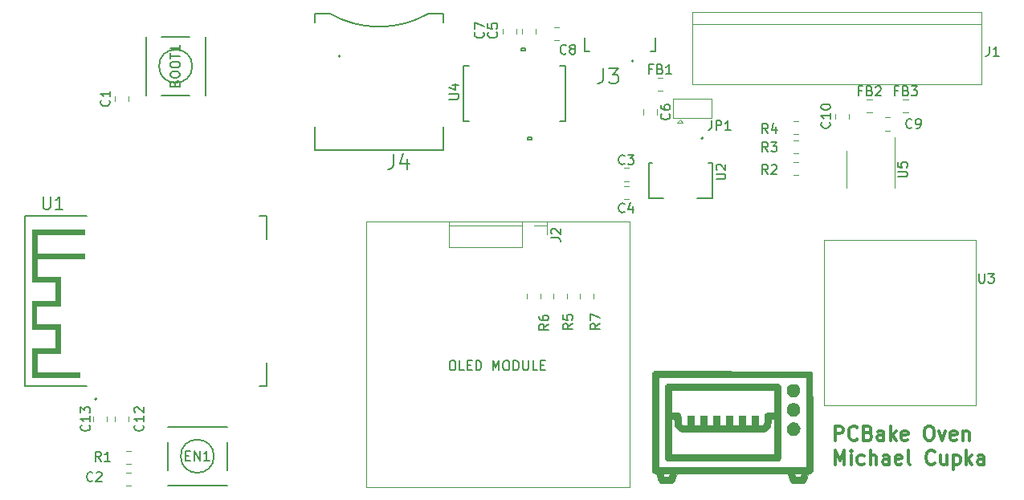
<source format=gbr>
%TF.GenerationSoftware,KiCad,Pcbnew,(5.1.6)-1*%
%TF.CreationDate,2021-08-19T23:31:01-04:00*%
%TF.ProjectId,Temp_Control_Board,54656d70-5f43-46f6-9e74-726f6c5f426f,rev?*%
%TF.SameCoordinates,Original*%
%TF.FileFunction,Legend,Top*%
%TF.FilePolarity,Positive*%
%FSLAX46Y46*%
G04 Gerber Fmt 4.6, Leading zero omitted, Abs format (unit mm)*
G04 Created by KiCad (PCBNEW (5.1.6)-1) date 2021-08-19 23:31:01*
%MOMM*%
%LPD*%
G01*
G04 APERTURE LIST*
%ADD10C,0.300000*%
%ADD11C,0.010000*%
%ADD12C,0.120000*%
%ADD13C,0.152400*%
%ADD14C,0.127000*%
%ADD15C,0.200000*%
%ADD16C,0.150000*%
G04 APERTURE END LIST*
D10*
X154730142Y-149327071D02*
X154730142Y-147827071D01*
X155301571Y-147827071D01*
X155444428Y-147898500D01*
X155515857Y-147969928D01*
X155587285Y-148112785D01*
X155587285Y-148327071D01*
X155515857Y-148469928D01*
X155444428Y-148541357D01*
X155301571Y-148612785D01*
X154730142Y-148612785D01*
X157087285Y-149184214D02*
X157015857Y-149255642D01*
X156801571Y-149327071D01*
X156658714Y-149327071D01*
X156444428Y-149255642D01*
X156301571Y-149112785D01*
X156230142Y-148969928D01*
X156158714Y-148684214D01*
X156158714Y-148469928D01*
X156230142Y-148184214D01*
X156301571Y-148041357D01*
X156444428Y-147898500D01*
X156658714Y-147827071D01*
X156801571Y-147827071D01*
X157015857Y-147898500D01*
X157087285Y-147969928D01*
X158230142Y-148541357D02*
X158444428Y-148612785D01*
X158515857Y-148684214D01*
X158587285Y-148827071D01*
X158587285Y-149041357D01*
X158515857Y-149184214D01*
X158444428Y-149255642D01*
X158301571Y-149327071D01*
X157730142Y-149327071D01*
X157730142Y-147827071D01*
X158230142Y-147827071D01*
X158373000Y-147898500D01*
X158444428Y-147969928D01*
X158515857Y-148112785D01*
X158515857Y-148255642D01*
X158444428Y-148398500D01*
X158373000Y-148469928D01*
X158230142Y-148541357D01*
X157730142Y-148541357D01*
X159873000Y-149327071D02*
X159873000Y-148541357D01*
X159801571Y-148398500D01*
X159658714Y-148327071D01*
X159373000Y-148327071D01*
X159230142Y-148398500D01*
X159873000Y-149255642D02*
X159730142Y-149327071D01*
X159373000Y-149327071D01*
X159230142Y-149255642D01*
X159158714Y-149112785D01*
X159158714Y-148969928D01*
X159230142Y-148827071D01*
X159373000Y-148755642D01*
X159730142Y-148755642D01*
X159873000Y-148684214D01*
X160587285Y-149327071D02*
X160587285Y-147827071D01*
X160730142Y-148755642D02*
X161158714Y-149327071D01*
X161158714Y-148327071D02*
X160587285Y-148898500D01*
X162373000Y-149255642D02*
X162230142Y-149327071D01*
X161944428Y-149327071D01*
X161801571Y-149255642D01*
X161730142Y-149112785D01*
X161730142Y-148541357D01*
X161801571Y-148398500D01*
X161944428Y-148327071D01*
X162230142Y-148327071D01*
X162373000Y-148398500D01*
X162444428Y-148541357D01*
X162444428Y-148684214D01*
X161730142Y-148827071D01*
X164515857Y-147827071D02*
X164801571Y-147827071D01*
X164944428Y-147898500D01*
X165087285Y-148041357D01*
X165158714Y-148327071D01*
X165158714Y-148827071D01*
X165087285Y-149112785D01*
X164944428Y-149255642D01*
X164801571Y-149327071D01*
X164515857Y-149327071D01*
X164373000Y-149255642D01*
X164230142Y-149112785D01*
X164158714Y-148827071D01*
X164158714Y-148327071D01*
X164230142Y-148041357D01*
X164373000Y-147898500D01*
X164515857Y-147827071D01*
X165658714Y-148327071D02*
X166015857Y-149327071D01*
X166373000Y-148327071D01*
X167515857Y-149255642D02*
X167373000Y-149327071D01*
X167087285Y-149327071D01*
X166944428Y-149255642D01*
X166873000Y-149112785D01*
X166873000Y-148541357D01*
X166944428Y-148398500D01*
X167087285Y-148327071D01*
X167373000Y-148327071D01*
X167515857Y-148398500D01*
X167587285Y-148541357D01*
X167587285Y-148684214D01*
X166873000Y-148827071D01*
X168230142Y-148327071D02*
X168230142Y-149327071D01*
X168230142Y-148469928D02*
X168301571Y-148398500D01*
X168444428Y-148327071D01*
X168658714Y-148327071D01*
X168801571Y-148398500D01*
X168873000Y-148541357D01*
X168873000Y-149327071D01*
X154730142Y-151877071D02*
X154730142Y-150377071D01*
X155230142Y-151448500D01*
X155730142Y-150377071D01*
X155730142Y-151877071D01*
X156444428Y-151877071D02*
X156444428Y-150877071D01*
X156444428Y-150377071D02*
X156373000Y-150448500D01*
X156444428Y-150519928D01*
X156515857Y-150448500D01*
X156444428Y-150377071D01*
X156444428Y-150519928D01*
X157801571Y-151805642D02*
X157658714Y-151877071D01*
X157373000Y-151877071D01*
X157230142Y-151805642D01*
X157158714Y-151734214D01*
X157087285Y-151591357D01*
X157087285Y-151162785D01*
X157158714Y-151019928D01*
X157230142Y-150948500D01*
X157373000Y-150877071D01*
X157658714Y-150877071D01*
X157801571Y-150948500D01*
X158444428Y-151877071D02*
X158444428Y-150377071D01*
X159087285Y-151877071D02*
X159087285Y-151091357D01*
X159015857Y-150948500D01*
X158873000Y-150877071D01*
X158658714Y-150877071D01*
X158515857Y-150948500D01*
X158444428Y-151019928D01*
X160444428Y-151877071D02*
X160444428Y-151091357D01*
X160373000Y-150948500D01*
X160230142Y-150877071D01*
X159944428Y-150877071D01*
X159801571Y-150948500D01*
X160444428Y-151805642D02*
X160301571Y-151877071D01*
X159944428Y-151877071D01*
X159801571Y-151805642D01*
X159730142Y-151662785D01*
X159730142Y-151519928D01*
X159801571Y-151377071D01*
X159944428Y-151305642D01*
X160301571Y-151305642D01*
X160444428Y-151234214D01*
X161730142Y-151805642D02*
X161587285Y-151877071D01*
X161301571Y-151877071D01*
X161158714Y-151805642D01*
X161087285Y-151662785D01*
X161087285Y-151091357D01*
X161158714Y-150948500D01*
X161301571Y-150877071D01*
X161587285Y-150877071D01*
X161730142Y-150948500D01*
X161801571Y-151091357D01*
X161801571Y-151234214D01*
X161087285Y-151377071D01*
X162658714Y-151877071D02*
X162515857Y-151805642D01*
X162444428Y-151662785D01*
X162444428Y-150377071D01*
X165230142Y-151734214D02*
X165158714Y-151805642D01*
X164944428Y-151877071D01*
X164801571Y-151877071D01*
X164587285Y-151805642D01*
X164444428Y-151662785D01*
X164373000Y-151519928D01*
X164301571Y-151234214D01*
X164301571Y-151019928D01*
X164373000Y-150734214D01*
X164444428Y-150591357D01*
X164587285Y-150448500D01*
X164801571Y-150377071D01*
X164944428Y-150377071D01*
X165158714Y-150448500D01*
X165230142Y-150519928D01*
X166515857Y-150877071D02*
X166515857Y-151877071D01*
X165873000Y-150877071D02*
X165873000Y-151662785D01*
X165944428Y-151805642D01*
X166087285Y-151877071D01*
X166301571Y-151877071D01*
X166444428Y-151805642D01*
X166515857Y-151734214D01*
X167230142Y-150877071D02*
X167230142Y-152377071D01*
X167230142Y-150948500D02*
X167373000Y-150877071D01*
X167658714Y-150877071D01*
X167801571Y-150948500D01*
X167873000Y-151019928D01*
X167944428Y-151162785D01*
X167944428Y-151591357D01*
X167873000Y-151734214D01*
X167801571Y-151805642D01*
X167658714Y-151877071D01*
X167373000Y-151877071D01*
X167230142Y-151805642D01*
X168587285Y-151877071D02*
X168587285Y-150377071D01*
X168730142Y-151305642D02*
X169158714Y-151877071D01*
X169158714Y-150877071D02*
X168587285Y-151448500D01*
X170444428Y-151877071D02*
X170444428Y-151091357D01*
X170373000Y-150948500D01*
X170230142Y-150877071D01*
X169944428Y-150877071D01*
X169801571Y-150948500D01*
X170444428Y-151805642D02*
X170301571Y-151877071D01*
X169944428Y-151877071D01*
X169801571Y-151805642D01*
X169730142Y-151662785D01*
X169730142Y-151519928D01*
X169801571Y-151377071D01*
X169944428Y-151305642D01*
X170301571Y-151305642D01*
X170444428Y-151234214D01*
D11*
%TO.C,G\u002A\u002A\u002A*%
G36*
X152135417Y-142038916D02*
G01*
X152204528Y-142088210D01*
X152261039Y-142139378D01*
X152306903Y-142198598D01*
X152310361Y-142204627D01*
X152314294Y-142213482D01*
X152317937Y-142226180D01*
X152321300Y-142244297D01*
X152324395Y-142269410D01*
X152327234Y-142303096D01*
X152329826Y-142346932D01*
X152332184Y-142402495D01*
X152334318Y-142471362D01*
X152336239Y-142555110D01*
X152337959Y-142655316D01*
X152339488Y-142773557D01*
X152340837Y-142911410D01*
X152342018Y-143070452D01*
X152343042Y-143252259D01*
X152343919Y-143458410D01*
X152344661Y-143690481D01*
X152345279Y-143950049D01*
X152345784Y-144238691D01*
X152346187Y-144557983D01*
X152346499Y-144909504D01*
X152346731Y-145294830D01*
X152346894Y-145715537D01*
X152347000Y-146173204D01*
X152347059Y-146669406D01*
X152347082Y-147205722D01*
X152347084Y-147436416D01*
X152347084Y-152601083D01*
X152297325Y-152681116D01*
X152223214Y-152763055D01*
X152124444Y-152819969D01*
X152014985Y-152844160D01*
X152000846Y-152844500D01*
X151917506Y-152844500D01*
X151775074Y-153267790D01*
X151726426Y-153411094D01*
X151688007Y-153520111D01*
X151657107Y-153600861D01*
X151631020Y-153659365D01*
X151607037Y-153701645D01*
X151582451Y-153733722D01*
X151554555Y-153761616D01*
X151551917Y-153764011D01*
X151489966Y-153810015D01*
X151425961Y-153842616D01*
X151401138Y-153849906D01*
X151361509Y-153853151D01*
X151285985Y-153855607D01*
X151181000Y-153857210D01*
X151052987Y-153857893D01*
X150908377Y-153857592D01*
X150766795Y-153856394D01*
X150202507Y-153849916D01*
X150121212Y-153784467D01*
X150093326Y-153760140D01*
X150069153Y-153732633D01*
X150045987Y-153696147D01*
X150021125Y-153644881D01*
X149991862Y-153573034D01*
X149955494Y-153474807D01*
X149909316Y-153344399D01*
X149889278Y-153287050D01*
X149742569Y-152866347D01*
X150457822Y-152866347D01*
X150457888Y-152870958D01*
X150469074Y-152903313D01*
X150489198Y-152963177D01*
X150513987Y-153037839D01*
X150515001Y-153040909D01*
X150562363Y-153184402D01*
X150828378Y-153178492D01*
X151094393Y-153172583D01*
X151143946Y-153025585D01*
X151168131Y-152951661D01*
X151185776Y-152893565D01*
X151193419Y-152862763D01*
X151193500Y-152861543D01*
X151173460Y-152856042D01*
X151117842Y-152851279D01*
X151033398Y-152847565D01*
X150926883Y-152845207D01*
X150820819Y-152844500D01*
X150681444Y-152845156D01*
X150579921Y-152847344D01*
X150511785Y-152851388D01*
X150472574Y-152857614D01*
X150457822Y-152866347D01*
X149742569Y-152866347D01*
X149738640Y-152855083D01*
X138042889Y-152855083D01*
X137902441Y-153272089D01*
X137848097Y-153430315D01*
X137802755Y-153553229D01*
X137763451Y-153646122D01*
X137727223Y-153714291D01*
X137691105Y-153763027D01*
X137652136Y-153797626D01*
X137607351Y-153823381D01*
X137589305Y-153831477D01*
X137544931Y-153841003D01*
X137465502Y-153848738D01*
X137358179Y-153854688D01*
X137230126Y-153858857D01*
X137088506Y-153861250D01*
X136940479Y-153861869D01*
X136793210Y-153860720D01*
X136653862Y-153857807D01*
X136529595Y-153853134D01*
X136427574Y-153846705D01*
X136354961Y-153838524D01*
X136322867Y-153830727D01*
X136245885Y-153780522D01*
X136180020Y-153699732D01*
X136122158Y-153583875D01*
X136090129Y-153496106D01*
X136058031Y-153400307D01*
X136017714Y-153282168D01*
X135975189Y-153159222D01*
X135948362Y-153082625D01*
X135870722Y-152862353D01*
X136588500Y-152862353D01*
X136594909Y-152889448D01*
X136611646Y-152944885D01*
X136634979Y-153017076D01*
X136661176Y-153094432D01*
X136683315Y-153156708D01*
X136701486Y-153168794D01*
X136748518Y-153176948D01*
X136828783Y-153181596D01*
X136946653Y-153183161D01*
X136955417Y-153183166D01*
X137217830Y-153183166D01*
X137273684Y-153029708D01*
X137300279Y-152954674D01*
X137319971Y-152895371D01*
X137329170Y-152862707D01*
X137329435Y-152860375D01*
X137309364Y-152855235D01*
X137253738Y-152850790D01*
X137169333Y-152847328D01*
X137062924Y-152845140D01*
X136958917Y-152844500D01*
X136839008Y-152845465D01*
X136735280Y-152848145D01*
X136654506Y-152852211D01*
X136603460Y-152857339D01*
X136588500Y-152862353D01*
X135870722Y-152862353D01*
X135864429Y-152844500D01*
X135785294Y-152844500D01*
X135682942Y-152826237D01*
X135585272Y-152777188D01*
X135506875Y-152705962D01*
X135478947Y-152663743D01*
X135435032Y-152579916D01*
X135435426Y-147425493D01*
X135435471Y-146874278D01*
X135435526Y-146363808D01*
X135435605Y-145892494D01*
X135435722Y-145458747D01*
X135435888Y-145060979D01*
X135436119Y-144697601D01*
X135436425Y-144367024D01*
X135436822Y-144067659D01*
X135437322Y-143797918D01*
X135437938Y-143556213D01*
X135438684Y-143340954D01*
X135439572Y-143150552D01*
X135440616Y-142983420D01*
X135441829Y-142837968D01*
X135443224Y-142712608D01*
X135443327Y-142705666D01*
X136101667Y-142705666D01*
X136101667Y-152167166D01*
X151680334Y-152167166D01*
X151680334Y-142705666D01*
X136101667Y-142705666D01*
X135443327Y-142705666D01*
X135444815Y-142605751D01*
X135446614Y-142515808D01*
X135448636Y-142441191D01*
X135450892Y-142380311D01*
X135453396Y-142331579D01*
X135456162Y-142293407D01*
X135459203Y-142264206D01*
X135462531Y-142242386D01*
X135466160Y-142226361D01*
X135470104Y-142214540D01*
X135474374Y-142205336D01*
X135478846Y-142197398D01*
X135527223Y-142134381D01*
X135587315Y-142079751D01*
X135592769Y-142075949D01*
X135663665Y-142028172D01*
X152135417Y-142038916D01*
G37*
X152135417Y-142038916D02*
X152204528Y-142088210D01*
X152261039Y-142139378D01*
X152306903Y-142198598D01*
X152310361Y-142204627D01*
X152314294Y-142213482D01*
X152317937Y-142226180D01*
X152321300Y-142244297D01*
X152324395Y-142269410D01*
X152327234Y-142303096D01*
X152329826Y-142346932D01*
X152332184Y-142402495D01*
X152334318Y-142471362D01*
X152336239Y-142555110D01*
X152337959Y-142655316D01*
X152339488Y-142773557D01*
X152340837Y-142911410D01*
X152342018Y-143070452D01*
X152343042Y-143252259D01*
X152343919Y-143458410D01*
X152344661Y-143690481D01*
X152345279Y-143950049D01*
X152345784Y-144238691D01*
X152346187Y-144557983D01*
X152346499Y-144909504D01*
X152346731Y-145294830D01*
X152346894Y-145715537D01*
X152347000Y-146173204D01*
X152347059Y-146669406D01*
X152347082Y-147205722D01*
X152347084Y-147436416D01*
X152347084Y-152601083D01*
X152297325Y-152681116D01*
X152223214Y-152763055D01*
X152124444Y-152819969D01*
X152014985Y-152844160D01*
X152000846Y-152844500D01*
X151917506Y-152844500D01*
X151775074Y-153267790D01*
X151726426Y-153411094D01*
X151688007Y-153520111D01*
X151657107Y-153600861D01*
X151631020Y-153659365D01*
X151607037Y-153701645D01*
X151582451Y-153733722D01*
X151554555Y-153761616D01*
X151551917Y-153764011D01*
X151489966Y-153810015D01*
X151425961Y-153842616D01*
X151401138Y-153849906D01*
X151361509Y-153853151D01*
X151285985Y-153855607D01*
X151181000Y-153857210D01*
X151052987Y-153857893D01*
X150908377Y-153857592D01*
X150766795Y-153856394D01*
X150202507Y-153849916D01*
X150121212Y-153784467D01*
X150093326Y-153760140D01*
X150069153Y-153732633D01*
X150045987Y-153696147D01*
X150021125Y-153644881D01*
X149991862Y-153573034D01*
X149955494Y-153474807D01*
X149909316Y-153344399D01*
X149889278Y-153287050D01*
X149742569Y-152866347D01*
X150457822Y-152866347D01*
X150457888Y-152870958D01*
X150469074Y-152903313D01*
X150489198Y-152963177D01*
X150513987Y-153037839D01*
X150515001Y-153040909D01*
X150562363Y-153184402D01*
X150828378Y-153178492D01*
X151094393Y-153172583D01*
X151143946Y-153025585D01*
X151168131Y-152951661D01*
X151185776Y-152893565D01*
X151193419Y-152862763D01*
X151193500Y-152861543D01*
X151173460Y-152856042D01*
X151117842Y-152851279D01*
X151033398Y-152847565D01*
X150926883Y-152845207D01*
X150820819Y-152844500D01*
X150681444Y-152845156D01*
X150579921Y-152847344D01*
X150511785Y-152851388D01*
X150472574Y-152857614D01*
X150457822Y-152866347D01*
X149742569Y-152866347D01*
X149738640Y-152855083D01*
X138042889Y-152855083D01*
X137902441Y-153272089D01*
X137848097Y-153430315D01*
X137802755Y-153553229D01*
X137763451Y-153646122D01*
X137727223Y-153714291D01*
X137691105Y-153763027D01*
X137652136Y-153797626D01*
X137607351Y-153823381D01*
X137589305Y-153831477D01*
X137544931Y-153841003D01*
X137465502Y-153848738D01*
X137358179Y-153854688D01*
X137230126Y-153858857D01*
X137088506Y-153861250D01*
X136940479Y-153861869D01*
X136793210Y-153860720D01*
X136653862Y-153857807D01*
X136529595Y-153853134D01*
X136427574Y-153846705D01*
X136354961Y-153838524D01*
X136322867Y-153830727D01*
X136245885Y-153780522D01*
X136180020Y-153699732D01*
X136122158Y-153583875D01*
X136090129Y-153496106D01*
X136058031Y-153400307D01*
X136017714Y-153282168D01*
X135975189Y-153159222D01*
X135948362Y-153082625D01*
X135870722Y-152862353D01*
X136588500Y-152862353D01*
X136594909Y-152889448D01*
X136611646Y-152944885D01*
X136634979Y-153017076D01*
X136661176Y-153094432D01*
X136683315Y-153156708D01*
X136701486Y-153168794D01*
X136748518Y-153176948D01*
X136828783Y-153181596D01*
X136946653Y-153183161D01*
X136955417Y-153183166D01*
X137217830Y-153183166D01*
X137273684Y-153029708D01*
X137300279Y-152954674D01*
X137319971Y-152895371D01*
X137329170Y-152862707D01*
X137329435Y-152860375D01*
X137309364Y-152855235D01*
X137253738Y-152850790D01*
X137169333Y-152847328D01*
X137062924Y-152845140D01*
X136958917Y-152844500D01*
X136839008Y-152845465D01*
X136735280Y-152848145D01*
X136654506Y-152852211D01*
X136603460Y-152857339D01*
X136588500Y-152862353D01*
X135870722Y-152862353D01*
X135864429Y-152844500D01*
X135785294Y-152844500D01*
X135682942Y-152826237D01*
X135585272Y-152777188D01*
X135506875Y-152705962D01*
X135478947Y-152663743D01*
X135435032Y-152579916D01*
X135435426Y-147425493D01*
X135435471Y-146874278D01*
X135435526Y-146363808D01*
X135435605Y-145892494D01*
X135435722Y-145458747D01*
X135435888Y-145060979D01*
X135436119Y-144697601D01*
X135436425Y-144367024D01*
X135436822Y-144067659D01*
X135437322Y-143797918D01*
X135437938Y-143556213D01*
X135438684Y-143340954D01*
X135439572Y-143150552D01*
X135440616Y-142983420D01*
X135441829Y-142837968D01*
X135443224Y-142712608D01*
X135443327Y-142705666D01*
X136101667Y-142705666D01*
X136101667Y-152167166D01*
X151680334Y-152167166D01*
X151680334Y-142705666D01*
X136101667Y-142705666D01*
X135443327Y-142705666D01*
X135444815Y-142605751D01*
X135446614Y-142515808D01*
X135448636Y-142441191D01*
X135450892Y-142380311D01*
X135453396Y-142331579D01*
X135456162Y-142293407D01*
X135459203Y-142264206D01*
X135462531Y-142242386D01*
X135466160Y-142226361D01*
X135470104Y-142214540D01*
X135474374Y-142205336D01*
X135478846Y-142197398D01*
X135527223Y-142134381D01*
X135587315Y-142079751D01*
X135592769Y-142075949D01*
X135663665Y-142028172D01*
X152135417Y-142038916D01*
G36*
X142875000Y-143383000D02*
G01*
X148731906Y-143383000D01*
X148801882Y-143430625D01*
X148861293Y-143478996D01*
X148912418Y-143533135D01*
X148916137Y-143538008D01*
X148960417Y-143597766D01*
X148971453Y-151204778D01*
X148923602Y-151298441D01*
X148882048Y-151364513D01*
X148833805Y-151420521D01*
X148815990Y-151435677D01*
X148756231Y-151479250D01*
X142899907Y-151483668D01*
X142310834Y-151484108D01*
X141762605Y-151484502D01*
X141253733Y-151484839D01*
X140782728Y-151485112D01*
X140348102Y-151485311D01*
X139948367Y-151485427D01*
X139582033Y-151485450D01*
X139247613Y-151485372D01*
X138943618Y-151485183D01*
X138668558Y-151484874D01*
X138420947Y-151484436D01*
X138199294Y-151483861D01*
X138002112Y-151483138D01*
X137827912Y-151482258D01*
X137675205Y-151481213D01*
X137542503Y-151479994D01*
X137428317Y-151478590D01*
X137331159Y-151476993D01*
X137249540Y-151475195D01*
X137181971Y-151473184D01*
X137126965Y-151470954D01*
X137083031Y-151468494D01*
X137048683Y-151465795D01*
X137022430Y-151462848D01*
X137002786Y-151459643D01*
X136988260Y-151456173D01*
X136977365Y-151452427D01*
X136968612Y-151448397D01*
X136966279Y-151447183D01*
X136904252Y-151401492D01*
X136848626Y-151340219D01*
X136839279Y-151326348D01*
X136789584Y-151246416D01*
X136789584Y-150812500D01*
X137456102Y-150812500D01*
X148293667Y-150812500D01*
X148293667Y-147108333D01*
X147955000Y-147108333D01*
X147955000Y-147306527D01*
X147952562Y-147410562D01*
X147946075Y-147513811D01*
X147936775Y-147598381D01*
X147933395Y-147618644D01*
X147879234Y-147798099D01*
X147789882Y-147967136D01*
X147671180Y-148119381D01*
X147528970Y-148248461D01*
X147369094Y-148348000D01*
X147209486Y-148408523D01*
X147191503Y-148412673D01*
X147169025Y-148416476D01*
X147140289Y-148419945D01*
X147103533Y-148423092D01*
X147056993Y-148425928D01*
X146998908Y-148428464D01*
X146927514Y-148430713D01*
X146841049Y-148432686D01*
X146737749Y-148434394D01*
X146615853Y-148435850D01*
X146473598Y-148437065D01*
X146309220Y-148438050D01*
X146120957Y-148438817D01*
X145907047Y-148439379D01*
X145665726Y-148439745D01*
X145395232Y-148439929D01*
X145093802Y-148439942D01*
X144759674Y-148439795D01*
X144391084Y-148439500D01*
X143986271Y-148439069D01*
X143543470Y-148438513D01*
X143060921Y-148437845D01*
X142822084Y-148437498D01*
X138567584Y-148431250D01*
X138403966Y-148353119D01*
X138218846Y-148243041D01*
X138065160Y-148105019D01*
X137943886Y-147940128D01*
X137856971Y-147752207D01*
X137831676Y-147659639D01*
X137813871Y-147543760D01*
X137802293Y-147395920D01*
X137800866Y-147367251D01*
X137795169Y-147252165D01*
X137787280Y-147172975D01*
X137772174Y-147123338D01*
X137744827Y-147096911D01*
X137700215Y-147087352D01*
X137633313Y-147088318D01*
X137582202Y-147091207D01*
X137466917Y-147097750D01*
X137461510Y-148955125D01*
X137456102Y-150812500D01*
X136789584Y-150812500D01*
X136789584Y-147436416D01*
X136789587Y-146965398D01*
X136789612Y-146534856D01*
X136789680Y-146142933D01*
X136789810Y-145787772D01*
X136790024Y-145467516D01*
X136790343Y-145180306D01*
X136790787Y-144924287D01*
X136791377Y-144697601D01*
X136792134Y-144498391D01*
X136793078Y-144324800D01*
X136794231Y-144174970D01*
X136795470Y-144060333D01*
X137455978Y-144060333D01*
X137461447Y-145240375D01*
X137466917Y-146420416D01*
X137847917Y-146420416D01*
X137986288Y-146420825D01*
X138089271Y-146422484D01*
X138163810Y-146426043D01*
X138216845Y-146432150D01*
X138255319Y-146441453D01*
X138286174Y-146454603D01*
X138300788Y-146462750D01*
X138350614Y-146493666D01*
X138388979Y-146524248D01*
X138417540Y-146560390D01*
X138437957Y-146607987D01*
X138451886Y-146672934D01*
X138460986Y-146761128D01*
X138466913Y-146878462D01*
X138471327Y-147030832D01*
X138472334Y-147072767D01*
X138477032Y-147239761D01*
X138483315Y-147370293D01*
X138492714Y-147470231D01*
X138506765Y-147545446D01*
X138527001Y-147601807D01*
X138554957Y-147645186D01*
X138592166Y-147681452D01*
X138640163Y-147716474D01*
X138640650Y-147716803D01*
X138678365Y-147738879D01*
X138719406Y-147752950D01*
X138774281Y-147760746D01*
X138853500Y-147763998D01*
X138930164Y-147764500D01*
X139148901Y-147764500D01*
X139154575Y-147261791D01*
X139160250Y-146759083D01*
X139827000Y-146747425D01*
X139827000Y-147764500D01*
X140503567Y-147764500D01*
X140509242Y-147261791D01*
X140514917Y-146759083D01*
X141181667Y-146747425D01*
X141181667Y-147764500D01*
X141858234Y-147764500D01*
X141863909Y-147261791D01*
X141869584Y-146759083D01*
X142536334Y-146747425D01*
X142536334Y-147764500D01*
X143212901Y-147764500D01*
X143218575Y-147261791D01*
X143224250Y-146759083D01*
X143880417Y-146759083D01*
X143886092Y-147261791D01*
X143891766Y-147764500D01*
X144567567Y-147764500D01*
X144573242Y-147261791D01*
X144578917Y-146759083D01*
X145245667Y-146747425D01*
X145245667Y-147764500D01*
X145923000Y-147764500D01*
X145923000Y-146747425D01*
X146589750Y-146759083D01*
X146595425Y-147261791D01*
X146601100Y-147764500D01*
X146819836Y-147764500D01*
X146922608Y-147763426D01*
X146993545Y-147759053D01*
X147043118Y-147749654D01*
X147081795Y-147733502D01*
X147108549Y-147716875D01*
X147157942Y-147681947D01*
X147195881Y-147648901D01*
X147224038Y-147611662D01*
X147244081Y-147564154D01*
X147257679Y-147500304D01*
X147266504Y-147414035D01*
X147272223Y-147299274D01*
X147276508Y-147149946D01*
X147277667Y-147101566D01*
X147282591Y-146917590D01*
X147290460Y-146771398D01*
X147305395Y-146658458D01*
X147331514Y-146574238D01*
X147372938Y-146514203D01*
X147433787Y-146473822D01*
X147518179Y-146448563D01*
X147630235Y-146433891D01*
X147774075Y-146425275D01*
X147896792Y-146420385D01*
X148293667Y-146405243D01*
X148293667Y-144060333D01*
X137455978Y-144060333D01*
X136795470Y-144060333D01*
X136795614Y-144047044D01*
X136797246Y-143939165D01*
X136799150Y-143849477D01*
X136801345Y-143776121D01*
X136803852Y-143717240D01*
X136806693Y-143670978D01*
X136809888Y-143635477D01*
X136813457Y-143608880D01*
X136817422Y-143589329D01*
X136821804Y-143574968D01*
X136826622Y-143563940D01*
X136831899Y-143554387D01*
X136833061Y-143552405D01*
X136881582Y-143489320D01*
X136941614Y-143434677D01*
X136947316Y-143430696D01*
X137018094Y-143382999D01*
X142875000Y-143383000D01*
G37*
X142875000Y-143383000D02*
X148731906Y-143383000D01*
X148801882Y-143430625D01*
X148861293Y-143478996D01*
X148912418Y-143533135D01*
X148916137Y-143538008D01*
X148960417Y-143597766D01*
X148971453Y-151204778D01*
X148923602Y-151298441D01*
X148882048Y-151364513D01*
X148833805Y-151420521D01*
X148815990Y-151435677D01*
X148756231Y-151479250D01*
X142899907Y-151483668D01*
X142310834Y-151484108D01*
X141762605Y-151484502D01*
X141253733Y-151484839D01*
X140782728Y-151485112D01*
X140348102Y-151485311D01*
X139948367Y-151485427D01*
X139582033Y-151485450D01*
X139247613Y-151485372D01*
X138943618Y-151485183D01*
X138668558Y-151484874D01*
X138420947Y-151484436D01*
X138199294Y-151483861D01*
X138002112Y-151483138D01*
X137827912Y-151482258D01*
X137675205Y-151481213D01*
X137542503Y-151479994D01*
X137428317Y-151478590D01*
X137331159Y-151476993D01*
X137249540Y-151475195D01*
X137181971Y-151473184D01*
X137126965Y-151470954D01*
X137083031Y-151468494D01*
X137048683Y-151465795D01*
X137022430Y-151462848D01*
X137002786Y-151459643D01*
X136988260Y-151456173D01*
X136977365Y-151452427D01*
X136968612Y-151448397D01*
X136966279Y-151447183D01*
X136904252Y-151401492D01*
X136848626Y-151340219D01*
X136839279Y-151326348D01*
X136789584Y-151246416D01*
X136789584Y-150812500D01*
X137456102Y-150812500D01*
X148293667Y-150812500D01*
X148293667Y-147108333D01*
X147955000Y-147108333D01*
X147955000Y-147306527D01*
X147952562Y-147410562D01*
X147946075Y-147513811D01*
X147936775Y-147598381D01*
X147933395Y-147618644D01*
X147879234Y-147798099D01*
X147789882Y-147967136D01*
X147671180Y-148119381D01*
X147528970Y-148248461D01*
X147369094Y-148348000D01*
X147209486Y-148408523D01*
X147191503Y-148412673D01*
X147169025Y-148416476D01*
X147140289Y-148419945D01*
X147103533Y-148423092D01*
X147056993Y-148425928D01*
X146998908Y-148428464D01*
X146927514Y-148430713D01*
X146841049Y-148432686D01*
X146737749Y-148434394D01*
X146615853Y-148435850D01*
X146473598Y-148437065D01*
X146309220Y-148438050D01*
X146120957Y-148438817D01*
X145907047Y-148439379D01*
X145665726Y-148439745D01*
X145395232Y-148439929D01*
X145093802Y-148439942D01*
X144759674Y-148439795D01*
X144391084Y-148439500D01*
X143986271Y-148439069D01*
X143543470Y-148438513D01*
X143060921Y-148437845D01*
X142822084Y-148437498D01*
X138567584Y-148431250D01*
X138403966Y-148353119D01*
X138218846Y-148243041D01*
X138065160Y-148105019D01*
X137943886Y-147940128D01*
X137856971Y-147752207D01*
X137831676Y-147659639D01*
X137813871Y-147543760D01*
X137802293Y-147395920D01*
X137800866Y-147367251D01*
X137795169Y-147252165D01*
X137787280Y-147172975D01*
X137772174Y-147123338D01*
X137744827Y-147096911D01*
X137700215Y-147087352D01*
X137633313Y-147088318D01*
X137582202Y-147091207D01*
X137466917Y-147097750D01*
X137461510Y-148955125D01*
X137456102Y-150812500D01*
X136789584Y-150812500D01*
X136789584Y-147436416D01*
X136789587Y-146965398D01*
X136789612Y-146534856D01*
X136789680Y-146142933D01*
X136789810Y-145787772D01*
X136790024Y-145467516D01*
X136790343Y-145180306D01*
X136790787Y-144924287D01*
X136791377Y-144697601D01*
X136792134Y-144498391D01*
X136793078Y-144324800D01*
X136794231Y-144174970D01*
X136795470Y-144060333D01*
X137455978Y-144060333D01*
X137461447Y-145240375D01*
X137466917Y-146420416D01*
X137847917Y-146420416D01*
X137986288Y-146420825D01*
X138089271Y-146422484D01*
X138163810Y-146426043D01*
X138216845Y-146432150D01*
X138255319Y-146441453D01*
X138286174Y-146454603D01*
X138300788Y-146462750D01*
X138350614Y-146493666D01*
X138388979Y-146524248D01*
X138417540Y-146560390D01*
X138437957Y-146607987D01*
X138451886Y-146672934D01*
X138460986Y-146761128D01*
X138466913Y-146878462D01*
X138471327Y-147030832D01*
X138472334Y-147072767D01*
X138477032Y-147239761D01*
X138483315Y-147370293D01*
X138492714Y-147470231D01*
X138506765Y-147545446D01*
X138527001Y-147601807D01*
X138554957Y-147645186D01*
X138592166Y-147681452D01*
X138640163Y-147716474D01*
X138640650Y-147716803D01*
X138678365Y-147738879D01*
X138719406Y-147752950D01*
X138774281Y-147760746D01*
X138853500Y-147763998D01*
X138930164Y-147764500D01*
X139148901Y-147764500D01*
X139154575Y-147261791D01*
X139160250Y-146759083D01*
X139827000Y-146747425D01*
X139827000Y-147764500D01*
X140503567Y-147764500D01*
X140509242Y-147261791D01*
X140514917Y-146759083D01*
X141181667Y-146747425D01*
X141181667Y-147764500D01*
X141858234Y-147764500D01*
X141863909Y-147261791D01*
X141869584Y-146759083D01*
X142536334Y-146747425D01*
X142536334Y-147764500D01*
X143212901Y-147764500D01*
X143218575Y-147261791D01*
X143224250Y-146759083D01*
X143880417Y-146759083D01*
X143886092Y-147261791D01*
X143891766Y-147764500D01*
X144567567Y-147764500D01*
X144573242Y-147261791D01*
X144578917Y-146759083D01*
X145245667Y-146747425D01*
X145245667Y-147764500D01*
X145923000Y-147764500D01*
X145923000Y-146747425D01*
X146589750Y-146759083D01*
X146595425Y-147261791D01*
X146601100Y-147764500D01*
X146819836Y-147764500D01*
X146922608Y-147763426D01*
X146993545Y-147759053D01*
X147043118Y-147749654D01*
X147081795Y-147733502D01*
X147108549Y-147716875D01*
X147157942Y-147681947D01*
X147195881Y-147648901D01*
X147224038Y-147611662D01*
X147244081Y-147564154D01*
X147257679Y-147500304D01*
X147266504Y-147414035D01*
X147272223Y-147299274D01*
X147276508Y-147149946D01*
X147277667Y-147101566D01*
X147282591Y-146917590D01*
X147290460Y-146771398D01*
X147305395Y-146658458D01*
X147331514Y-146574238D01*
X147372938Y-146514203D01*
X147433787Y-146473822D01*
X147518179Y-146448563D01*
X147630235Y-146433891D01*
X147774075Y-146425275D01*
X147896792Y-146420385D01*
X148293667Y-146405243D01*
X148293667Y-144060333D01*
X137455978Y-144060333D01*
X136795470Y-144060333D01*
X136795614Y-144047044D01*
X136797246Y-143939165D01*
X136799150Y-143849477D01*
X136801345Y-143776121D01*
X136803852Y-143717240D01*
X136806693Y-143670978D01*
X136809888Y-143635477D01*
X136813457Y-143608880D01*
X136817422Y-143589329D01*
X136821804Y-143574968D01*
X136826622Y-143563940D01*
X136831899Y-143554387D01*
X136833061Y-143552405D01*
X136881582Y-143489320D01*
X136941614Y-143434677D01*
X136947316Y-143430696D01*
X137018094Y-143382999D01*
X142875000Y-143383000D01*
G36*
X150521788Y-147469494D02*
G01*
X150664637Y-147533686D01*
X150788428Y-147630042D01*
X150888058Y-147755226D01*
X150958421Y-147905904D01*
X150973313Y-147956563D01*
X150995047Y-148086925D01*
X150987995Y-148209328D01*
X150950476Y-148337261D01*
X150916269Y-148414821D01*
X150830222Y-148547302D01*
X150716714Y-148652895D01*
X150582754Y-148729079D01*
X150435351Y-148773335D01*
X150281512Y-148783142D01*
X150128247Y-148755980D01*
X150050500Y-148726131D01*
X149902882Y-148635154D01*
X149782195Y-148513185D01*
X149715491Y-148410083D01*
X149687390Y-148351405D01*
X149670438Y-148296186D01*
X149661942Y-148230265D01*
X149659209Y-148139482D01*
X149659112Y-148113750D01*
X149667283Y-147969508D01*
X149695299Y-147852576D01*
X149747916Y-147750711D01*
X149829892Y-147651668D01*
X149844362Y-147636951D01*
X149955493Y-147543766D01*
X150074769Y-147483507D01*
X150199338Y-147450938D01*
X150364987Y-147440800D01*
X150521788Y-147469494D01*
G37*
X150521788Y-147469494D02*
X150664637Y-147533686D01*
X150788428Y-147630042D01*
X150888058Y-147755226D01*
X150958421Y-147905904D01*
X150973313Y-147956563D01*
X150995047Y-148086925D01*
X150987995Y-148209328D01*
X150950476Y-148337261D01*
X150916269Y-148414821D01*
X150830222Y-148547302D01*
X150716714Y-148652895D01*
X150582754Y-148729079D01*
X150435351Y-148773335D01*
X150281512Y-148783142D01*
X150128247Y-148755980D01*
X150050500Y-148726131D01*
X149902882Y-148635154D01*
X149782195Y-148513185D01*
X149715491Y-148410083D01*
X149687390Y-148351405D01*
X149670438Y-148296186D01*
X149661942Y-148230265D01*
X149659209Y-148139482D01*
X149659112Y-148113750D01*
X149667283Y-147969508D01*
X149695299Y-147852576D01*
X149747916Y-147750711D01*
X149829892Y-147651668D01*
X149844362Y-147636951D01*
X149955493Y-147543766D01*
X150074769Y-147483507D01*
X150199338Y-147450938D01*
X150364987Y-147440800D01*
X150521788Y-147469494D01*
G36*
X150524120Y-145443697D02*
G01*
X150640143Y-145489480D01*
X150773187Y-145583595D01*
X150874688Y-145699965D01*
X150944651Y-145832616D01*
X150983081Y-145975571D01*
X150989981Y-146122857D01*
X150965355Y-146268497D01*
X150909208Y-146406517D01*
X150821543Y-146530942D01*
X150702365Y-146635796D01*
X150639333Y-146674526D01*
X150573095Y-146706920D01*
X150510573Y-146726548D01*
X150435815Y-146737077D01*
X150346834Y-146741738D01*
X150217957Y-146740622D01*
X150119109Y-146726898D01*
X150071667Y-146712847D01*
X149974021Y-146660402D01*
X149874887Y-146578796D01*
X149784932Y-146479414D01*
X149714828Y-146373646D01*
X149681527Y-146296444D01*
X149652543Y-146141195D01*
X149657631Y-145982302D01*
X149695843Y-145833088D01*
X149718115Y-145783139D01*
X149789340Y-145675704D01*
X149885526Y-145575813D01*
X149994085Y-145494709D01*
X150096075Y-145445673D01*
X150232007Y-145418332D01*
X150380094Y-145418108D01*
X150524120Y-145443697D01*
G37*
X150524120Y-145443697D02*
X150640143Y-145489480D01*
X150773187Y-145583595D01*
X150874688Y-145699965D01*
X150944651Y-145832616D01*
X150983081Y-145975571D01*
X150989981Y-146122857D01*
X150965355Y-146268497D01*
X150909208Y-146406517D01*
X150821543Y-146530942D01*
X150702365Y-146635796D01*
X150639333Y-146674526D01*
X150573095Y-146706920D01*
X150510573Y-146726548D01*
X150435815Y-146737077D01*
X150346834Y-146741738D01*
X150217957Y-146740622D01*
X150119109Y-146726898D01*
X150071667Y-146712847D01*
X149974021Y-146660402D01*
X149874887Y-146578796D01*
X149784932Y-146479414D01*
X149714828Y-146373646D01*
X149681527Y-146296444D01*
X149652543Y-146141195D01*
X149657631Y-145982302D01*
X149695843Y-145833088D01*
X149718115Y-145783139D01*
X149789340Y-145675704D01*
X149885526Y-145575813D01*
X149994085Y-145494709D01*
X150096075Y-145445673D01*
X150232007Y-145418332D01*
X150380094Y-145418108D01*
X150524120Y-145443697D01*
G36*
X150383112Y-143392265D02*
G01*
X150507416Y-143410217D01*
X150609785Y-143444868D01*
X150750220Y-143535805D01*
X150861184Y-143652796D01*
X150940065Y-143789937D01*
X150984252Y-143941323D01*
X150991130Y-144101050D01*
X150963845Y-144245151D01*
X150895889Y-144402150D01*
X150796727Y-144530858D01*
X150667921Y-144629788D01*
X150511030Y-144697452D01*
X150479960Y-144706188D01*
X150394216Y-144726277D01*
X150327955Y-144733652D01*
X150260496Y-144728975D01*
X150184776Y-144715623D01*
X150037182Y-144665726D01*
X149902116Y-144580091D01*
X149787644Y-144465077D01*
X149707844Y-144339581D01*
X149682562Y-144279874D01*
X149667595Y-144218184D01*
X149660581Y-144140470D01*
X149659112Y-144049750D01*
X149660922Y-143951146D01*
X149667919Y-143880544D01*
X149682813Y-143823681D01*
X149708314Y-143766297D01*
X149715676Y-143752073D01*
X149802513Y-143626920D01*
X149920154Y-143516051D01*
X150033671Y-143442488D01*
X150131394Y-143408339D01*
X150252823Y-143391618D01*
X150383112Y-143392265D01*
G37*
X150383112Y-143392265D02*
X150507416Y-143410217D01*
X150609785Y-143444868D01*
X150750220Y-143535805D01*
X150861184Y-143652796D01*
X150940065Y-143789937D01*
X150984252Y-143941323D01*
X150991130Y-144101050D01*
X150963845Y-144245151D01*
X150895889Y-144402150D01*
X150796727Y-144530858D01*
X150667921Y-144629788D01*
X150511030Y-144697452D01*
X150479960Y-144706188D01*
X150394216Y-144726277D01*
X150327955Y-144733652D01*
X150260496Y-144728975D01*
X150184776Y-144715623D01*
X150037182Y-144665726D01*
X149902116Y-144580091D01*
X149787644Y-144465077D01*
X149707844Y-144339581D01*
X149682562Y-144279874D01*
X149667595Y-144218184D01*
X149660581Y-144140470D01*
X149659112Y-144049750D01*
X149660922Y-143951146D01*
X149667919Y-143880544D01*
X149682813Y-143823681D01*
X149708314Y-143766297D01*
X149715676Y-143752073D01*
X149802513Y-143626920D01*
X149920154Y-143516051D01*
X150033671Y-143442488D01*
X150131394Y-143408339D01*
X150252823Y-143391618D01*
X150383112Y-143392265D01*
D12*
%TO.C,J2*%
X114074900Y-126305000D02*
X114074900Y-128965000D01*
X121729500Y-126660600D02*
X114049500Y-126660600D01*
X121754900Y-128965000D02*
X114074900Y-128965000D01*
X121754900Y-126305000D02*
X121754900Y-128965000D01*
X122999500Y-126660600D02*
X124329500Y-126660600D01*
X124354900Y-126305000D02*
X124354900Y-127635000D01*
X133096000Y-126238000D02*
X105283000Y-126238000D01*
X105283000Y-126238000D02*
X105283000Y-154305000D01*
X133096000Y-126238000D02*
X133096000Y-154305000D01*
X133096000Y-154305000D02*
X105283000Y-154305000D01*
D13*
%TO.C,EN1*%
X89255600Y-151003000D02*
G75*
G03*
X89255600Y-151003000I-1752600J0D01*
G01*
X84378800Y-149517539D02*
X84378800Y-152488461D01*
X90627200Y-147878800D02*
X84378800Y-147878800D01*
X90627200Y-152488461D02*
X90627200Y-149517539D01*
X84378800Y-154127200D02*
X90627200Y-154127200D01*
%TO.C,BOOT1*%
X86969600Y-109855000D02*
G75*
G03*
X86969600Y-109855000I-1752600J0D01*
G01*
X83731539Y-112979200D02*
X86702461Y-112979200D01*
X82092800Y-106730800D02*
X82092800Y-112979200D01*
X86702461Y-106730800D02*
X83731539Y-106730800D01*
X88341200Y-112979200D02*
X88341200Y-106730800D01*
D12*
%TO.C,JP1*%
X137650000Y-113300000D02*
X141750000Y-113300000D01*
X141750000Y-113300000D02*
X141750000Y-115300000D01*
X141750000Y-115300000D02*
X137650000Y-115300000D01*
X137650000Y-115300000D02*
X137650000Y-113300000D01*
X138400000Y-115500000D02*
X138100000Y-115800000D01*
X138100000Y-115800000D02*
X138700000Y-115800000D01*
X138400000Y-115500000D02*
X138700000Y-115800000D01*
%TO.C,R7*%
X129234000Y-133841748D02*
X129234000Y-134364252D01*
X127814000Y-133841748D02*
X127814000Y-134364252D01*
%TO.C,R6*%
X123646000Y-133859748D02*
X123646000Y-134382252D01*
X122226000Y-133859748D02*
X122226000Y-134382252D01*
%TO.C,R4*%
X150351748Y-115622000D02*
X150874252Y-115622000D01*
X150351748Y-117042000D02*
X150874252Y-117042000D01*
%TO.C,R3*%
X150360748Y-117654000D02*
X150883252Y-117654000D01*
X150360748Y-119074000D02*
X150883252Y-119074000D01*
%TO.C,R2*%
X150369748Y-119940000D02*
X150892252Y-119940000D01*
X150369748Y-121360000D02*
X150892252Y-121360000D01*
%TO.C,R1*%
X80011748Y-150420000D02*
X80534252Y-150420000D01*
X80011748Y-151840000D02*
X80534252Y-151840000D01*
%TO.C,C13*%
X77926000Y-146813748D02*
X77926000Y-147336252D01*
X76506000Y-146813748D02*
X76506000Y-147336252D01*
%TO.C,C12*%
X80212000Y-146804748D02*
X80212000Y-147327252D01*
X78792000Y-146804748D02*
X78792000Y-147327252D01*
%TO.C,C2*%
X80516252Y-154126000D02*
X79993748Y-154126000D01*
X80516252Y-152706000D02*
X79993748Y-152706000D01*
%TO.C,C1*%
X78792000Y-113536252D02*
X78792000Y-113013748D01*
X80212000Y-113536252D02*
X80212000Y-113013748D01*
D13*
%TO.C,U4*%
X121688499Y-108216700D02*
X121688499Y-107962700D01*
X122069499Y-108216700D02*
X121688499Y-108216700D01*
X122069499Y-107962700D02*
X122069499Y-108216700D01*
X121688499Y-107962700D02*
X122069499Y-107962700D01*
X122338498Y-117335300D02*
X122338498Y-117589300D01*
X122719498Y-117335300D02*
X122338498Y-117335300D01*
X122719498Y-117589300D02*
X122719498Y-117335300D01*
X122338498Y-117589300D02*
X122719498Y-117589300D01*
X116130360Y-109855000D02*
X115531900Y-109855000D01*
X125677638Y-115697000D02*
X126276100Y-115697000D01*
X115531900Y-115697000D02*
X116130360Y-115697000D01*
X115531900Y-109855000D02*
X115531900Y-115697000D01*
X126276100Y-109855000D02*
X125677640Y-109855000D01*
X126276100Y-115697000D02*
X126276100Y-109855000D01*
D14*
%TO.C,U1*%
X94090000Y-143620000D02*
X94840000Y-143620000D01*
X94840000Y-143620000D02*
X94840000Y-141120000D01*
X94840000Y-128120000D02*
X94840000Y-125620000D01*
X94840000Y-125620000D02*
X94090000Y-125620000D01*
X75840000Y-143620000D02*
X69340000Y-143620000D01*
X69340000Y-143620000D02*
X69340000Y-125620000D01*
X69340000Y-125620000D02*
X75840000Y-125620000D01*
D11*
G36*
X70090000Y-142642030D02*
G01*
X70090000Y-142120000D01*
X74561100Y-142120000D01*
X74561100Y-142642030D01*
X70090000Y-142642030D01*
G37*
X70090000Y-142642030D02*
X70090000Y-142120000D01*
X74561100Y-142120000D01*
X74561100Y-142642030D01*
X70090000Y-142642030D01*
G36*
X70090000Y-142629110D02*
G01*
X70090000Y-139620000D01*
X70573500Y-139620000D01*
X70573500Y-142629110D01*
X70090000Y-142629110D01*
G37*
X70090000Y-142629110D02*
X70090000Y-139620000D01*
X70573500Y-139620000D01*
X70573500Y-142629110D01*
X70090000Y-142629110D01*
G36*
X70590000Y-140141680D02*
G01*
X70590000Y-139620000D01*
X73042600Y-139620000D01*
X73042600Y-140141680D01*
X70590000Y-140141680D01*
G37*
X70590000Y-140141680D02*
X70590000Y-139620000D01*
X73042600Y-139620000D01*
X73042600Y-140141680D01*
X70590000Y-140141680D01*
G36*
X72590000Y-140128290D02*
G01*
X72590000Y-137120000D01*
X73071900Y-137120000D01*
X73071900Y-140128290D01*
X72590000Y-140128290D01*
G37*
X72590000Y-140128290D02*
X72590000Y-137120000D01*
X73071900Y-137120000D01*
X73071900Y-140128290D01*
X72590000Y-140128290D01*
G36*
X70590000Y-137630230D02*
G01*
X70590000Y-137120000D01*
X73049200Y-137120000D01*
X73049200Y-137630230D01*
X70590000Y-137630230D01*
G37*
X70590000Y-137630230D02*
X70590000Y-137120000D01*
X73049200Y-137120000D01*
X73049200Y-137630230D01*
X70590000Y-137630230D01*
G36*
X70090000Y-137630120D02*
G01*
X70090000Y-134620000D01*
X70541200Y-134620000D01*
X70541200Y-137630120D01*
X70090000Y-137630120D01*
G37*
X70090000Y-137630120D02*
X70090000Y-134620000D01*
X70541200Y-134620000D01*
X70541200Y-137630120D01*
X70090000Y-137630120D01*
G36*
X70590000Y-135122034D02*
G01*
X70590000Y-134620000D01*
X73041200Y-134620000D01*
X73041200Y-135122034D01*
X70590000Y-135122034D01*
G37*
X70590000Y-135122034D02*
X70590000Y-134620000D01*
X73041200Y-134620000D01*
X73041200Y-135122034D01*
X70590000Y-135122034D01*
G36*
X72590000Y-135122088D02*
G01*
X72590000Y-132120000D01*
X73039900Y-132120000D01*
X73039900Y-135122088D01*
X72590000Y-135122088D01*
G37*
X72590000Y-135122088D02*
X72590000Y-132120000D01*
X73039900Y-132120000D01*
X73039900Y-135122088D01*
X72590000Y-135122088D01*
G36*
X70590000Y-132611200D02*
G01*
X70590000Y-132120000D01*
X73037200Y-132120000D01*
X73037200Y-132611200D01*
X70590000Y-132611200D01*
G37*
X70590000Y-132611200D02*
X70590000Y-132120000D01*
X73037200Y-132120000D01*
X73037200Y-132611200D01*
X70590000Y-132611200D01*
G36*
X70090000Y-132608430D02*
G01*
X70090000Y-127120000D01*
X70576300Y-127120000D01*
X70576300Y-132608430D01*
X70090000Y-132608430D01*
G37*
X70090000Y-132608430D02*
X70090000Y-127120000D01*
X70576300Y-127120000D01*
X70576300Y-132608430D01*
X70090000Y-132608430D01*
G36*
X70090000Y-127599300D02*
G01*
X70090000Y-127120000D01*
X75060400Y-127120000D01*
X75060400Y-127599300D01*
X70090000Y-127599300D01*
G37*
X70090000Y-127599300D02*
X70090000Y-127120000D01*
X75060400Y-127120000D01*
X75060400Y-127599300D01*
X70090000Y-127599300D01*
G36*
X70090000Y-130106040D02*
G01*
X70090000Y-129620000D01*
X75058900Y-129620000D01*
X75058900Y-130106040D01*
X70090000Y-130106040D01*
G37*
X70090000Y-130106040D02*
X70090000Y-129620000D01*
X75058900Y-129620000D01*
X75058900Y-130106040D01*
X70090000Y-130106040D01*
G36*
X75090000Y-127601130D02*
G01*
X75090000Y-127120000D01*
X75564390Y-127120000D01*
X75564390Y-127601130D01*
X75090000Y-127601130D01*
G37*
X75090000Y-127601130D02*
X75090000Y-127120000D01*
X75564390Y-127120000D01*
X75564390Y-127601130D01*
X75090000Y-127601130D01*
G36*
X75090000Y-130111910D02*
G01*
X75090000Y-129620000D01*
X75572930Y-129620000D01*
X75572930Y-130111910D01*
X75090000Y-130111910D01*
G37*
X75090000Y-130111910D02*
X75090000Y-129620000D01*
X75572930Y-129620000D01*
X75572930Y-130111910D01*
X75090000Y-130111910D01*
G36*
X74590000Y-142640330D02*
G01*
X74590000Y-142120000D01*
X75064600Y-142120000D01*
X75064600Y-142640330D01*
X74590000Y-142640330D01*
G37*
X74590000Y-142640330D02*
X74590000Y-142120000D01*
X75064600Y-142120000D01*
X75064600Y-142640330D01*
X74590000Y-142640330D01*
G36*
X70090000Y-132612060D02*
G01*
X70090000Y-132120000D01*
X71536400Y-132120000D01*
X71536400Y-132612060D01*
X70090000Y-132612060D01*
G37*
X70090000Y-132612060D02*
X70090000Y-132120000D01*
X71536400Y-132120000D01*
X71536400Y-132612060D01*
X70090000Y-132612060D01*
D15*
X76914600Y-144985000D02*
G75*
G03*
X76914600Y-144985000I-100000J0D01*
G01*
%TO.C,J3*%
X133477000Y-109322000D02*
G75*
G03*
X133477000Y-109322000I-101600J0D01*
G01*
X135780000Y-108287000D02*
X135280000Y-108287000D01*
X135780000Y-106842000D02*
X135780000Y-108287000D01*
X128380000Y-106832000D02*
X128380000Y-108287000D01*
X128880000Y-108287000D02*
X128380000Y-108287000D01*
D12*
%TO.C,U3*%
X153544000Y-131160000D02*
X153544000Y-143160000D01*
X169544000Y-143160000D02*
X169544000Y-131160000D01*
X169544000Y-131160000D02*
X169544000Y-128160000D01*
X153544000Y-131160000D02*
X153544000Y-128160000D01*
X153544000Y-128160000D02*
X169544000Y-128160000D01*
X169544000Y-143160000D02*
X169544000Y-145660000D01*
X153544000Y-143160000D02*
X153544000Y-145660000D01*
X153544000Y-145660000D02*
X169544000Y-145660000D01*
D14*
%TO.C,U2*%
X135080000Y-123770000D02*
X136651500Y-123770000D01*
X135080000Y-120070000D02*
X135080000Y-123770000D01*
X135496500Y-120070000D02*
X135080000Y-120070000D01*
X141780000Y-123770000D02*
X140208500Y-123770000D01*
X141780000Y-120070000D02*
X141780000Y-123770000D01*
X141363500Y-120070000D02*
X141780000Y-120070000D01*
D15*
X140830000Y-117468000D02*
G75*
G03*
X140830000Y-117468000I-100000J0D01*
G01*
D12*
%TO.C,J1*%
X170180000Y-104140000D02*
X139700000Y-104140000D01*
X170180000Y-111760000D02*
X139700000Y-111760000D01*
X170180000Y-105410000D02*
X139700000Y-105410000D01*
X139700000Y-104140000D02*
X139700000Y-111760000D01*
X170180000Y-111760000D02*
X170180000Y-104140000D01*
%TO.C,FB3*%
X161908748Y-114756000D02*
X162431252Y-114756000D01*
X161908748Y-113336000D02*
X162431252Y-113336000D01*
%TO.C,FB2*%
X158621252Y-113336000D02*
X158098748Y-113336000D01*
X158621252Y-114756000D02*
X158098748Y-114756000D01*
%TO.C,C10*%
X156158000Y-115386752D02*
X156158000Y-114864248D01*
X154738000Y-115386752D02*
X154738000Y-114864248D01*
%TO.C,C9*%
X160526252Y-115241000D02*
X160003748Y-115241000D01*
X160526252Y-116661000D02*
X160003748Y-116661000D01*
%TO.C,U5*%
X155936000Y-120777000D02*
X155936000Y-122727000D01*
X155936000Y-120777000D02*
X155936000Y-118827000D01*
X161056000Y-120777000D02*
X161056000Y-122727000D01*
X161056000Y-120777000D02*
X161056000Y-117327000D01*
%TO.C,R5*%
X125020000Y-133859748D02*
X125020000Y-134382252D01*
X126440000Y-133859748D02*
X126440000Y-134382252D01*
D15*
%TO.C,J4*%
X102580000Y-108806000D02*
G75*
G03*
X102580000Y-108806000I-100000J0D01*
G01*
X99880000Y-104281000D02*
X99880000Y-105231000D01*
X113480000Y-116231000D02*
X113480000Y-118731000D01*
X113480000Y-104281000D02*
X111930000Y-104281000D01*
X113480000Y-104281000D02*
X113480000Y-105231000D01*
X113480000Y-118731000D02*
X99880000Y-118731000D01*
X101430000Y-104281000D02*
X99880000Y-104281000D01*
X99880000Y-116231000D02*
X99880000Y-118731000D01*
X101430000Y-104281000D02*
G75*
G03*
X111930000Y-104281000I5250000J9038537D01*
G01*
D12*
%TO.C,FB1*%
X136541252Y-111050000D02*
X136018748Y-111050000D01*
X136541252Y-112470000D02*
X136018748Y-112470000D01*
%TO.C,C8*%
X125610252Y-105716000D02*
X125087748Y-105716000D01*
X125610252Y-107136000D02*
X125087748Y-107136000D01*
%TO.C,C7*%
X121106000Y-106442252D02*
X121106000Y-105919748D01*
X119686000Y-106442252D02*
X119686000Y-105919748D01*
%TO.C,C6*%
X134545000Y-114428748D02*
X134545000Y-114951252D01*
X135965000Y-114428748D02*
X135965000Y-114951252D01*
%TO.C,C5*%
X123138000Y-106433252D02*
X123138000Y-105910748D01*
X121718000Y-106433252D02*
X121718000Y-105910748D01*
%TO.C,C4*%
X132976252Y-122480000D02*
X132453748Y-122480000D01*
X132976252Y-123900000D02*
X132453748Y-123900000D01*
%TO.C,C3*%
X132976252Y-120575000D02*
X132453748Y-120575000D01*
X132976252Y-121995000D02*
X132453748Y-121995000D01*
%TO.C,J2*%
D16*
X124807280Y-127968333D02*
X125521566Y-127968333D01*
X125664423Y-128015952D01*
X125759661Y-128111190D01*
X125807280Y-128254047D01*
X125807280Y-128349285D01*
X124902519Y-127539761D02*
X124854900Y-127492142D01*
X124807280Y-127396904D01*
X124807280Y-127158809D01*
X124854900Y-127063571D01*
X124902519Y-127015952D01*
X124997757Y-126968333D01*
X125092995Y-126968333D01*
X125235852Y-127015952D01*
X125807280Y-127587380D01*
X125807280Y-126968333D01*
X114316476Y-140930380D02*
X114506952Y-140930380D01*
X114602190Y-140978000D01*
X114697428Y-141073238D01*
X114745047Y-141263714D01*
X114745047Y-141597047D01*
X114697428Y-141787523D01*
X114602190Y-141882761D01*
X114506952Y-141930380D01*
X114316476Y-141930380D01*
X114221238Y-141882761D01*
X114126000Y-141787523D01*
X114078380Y-141597047D01*
X114078380Y-141263714D01*
X114126000Y-141073238D01*
X114221238Y-140978000D01*
X114316476Y-140930380D01*
X115649809Y-141930380D02*
X115173619Y-141930380D01*
X115173619Y-140930380D01*
X115983142Y-141406571D02*
X116316476Y-141406571D01*
X116459333Y-141930380D02*
X115983142Y-141930380D01*
X115983142Y-140930380D01*
X116459333Y-140930380D01*
X116887904Y-141930380D02*
X116887904Y-140930380D01*
X117126000Y-140930380D01*
X117268857Y-140978000D01*
X117364095Y-141073238D01*
X117411714Y-141168476D01*
X117459333Y-141358952D01*
X117459333Y-141501809D01*
X117411714Y-141692285D01*
X117364095Y-141787523D01*
X117268857Y-141882761D01*
X117126000Y-141930380D01*
X116887904Y-141930380D01*
X118649809Y-141930380D02*
X118649809Y-140930380D01*
X118983142Y-141644666D01*
X119316476Y-140930380D01*
X119316476Y-141930380D01*
X119983142Y-140930380D02*
X120173619Y-140930380D01*
X120268857Y-140978000D01*
X120364095Y-141073238D01*
X120411714Y-141263714D01*
X120411714Y-141597047D01*
X120364095Y-141787523D01*
X120268857Y-141882761D01*
X120173619Y-141930380D01*
X119983142Y-141930380D01*
X119887904Y-141882761D01*
X119792666Y-141787523D01*
X119745047Y-141597047D01*
X119745047Y-141263714D01*
X119792666Y-141073238D01*
X119887904Y-140978000D01*
X119983142Y-140930380D01*
X120840285Y-141930380D02*
X120840285Y-140930380D01*
X121078380Y-140930380D01*
X121221238Y-140978000D01*
X121316476Y-141073238D01*
X121364095Y-141168476D01*
X121411714Y-141358952D01*
X121411714Y-141501809D01*
X121364095Y-141692285D01*
X121316476Y-141787523D01*
X121221238Y-141882761D01*
X121078380Y-141930380D01*
X120840285Y-141930380D01*
X121840285Y-140930380D02*
X121840285Y-141739904D01*
X121887904Y-141835142D01*
X121935523Y-141882761D01*
X122030761Y-141930380D01*
X122221238Y-141930380D01*
X122316476Y-141882761D01*
X122364095Y-141835142D01*
X122411714Y-141739904D01*
X122411714Y-140930380D01*
X123364095Y-141930380D02*
X122887904Y-141930380D01*
X122887904Y-140930380D01*
X123697428Y-141406571D02*
X124030761Y-141406571D01*
X124173619Y-141930380D02*
X123697428Y-141930380D01*
X123697428Y-140930380D01*
X124173619Y-140930380D01*
%TO.C,EN1*%
X86288714Y-150931571D02*
X86622047Y-150931571D01*
X86764904Y-151455380D02*
X86288714Y-151455380D01*
X86288714Y-150455380D01*
X86764904Y-150455380D01*
X87193476Y-151455380D02*
X87193476Y-150455380D01*
X87764904Y-151455380D01*
X87764904Y-150455380D01*
X88764904Y-151455380D02*
X88193476Y-151455380D01*
X88479190Y-151455380D02*
X88479190Y-150455380D01*
X88383952Y-150598238D01*
X88288714Y-150693476D01*
X88193476Y-150741095D01*
%TO.C,BOOT1*%
X85145571Y-111688333D02*
X85193190Y-111545476D01*
X85240809Y-111497857D01*
X85336047Y-111450238D01*
X85478904Y-111450238D01*
X85574142Y-111497857D01*
X85621761Y-111545476D01*
X85669380Y-111640714D01*
X85669380Y-112021666D01*
X84669380Y-112021666D01*
X84669380Y-111688333D01*
X84717000Y-111593095D01*
X84764619Y-111545476D01*
X84859857Y-111497857D01*
X84955095Y-111497857D01*
X85050333Y-111545476D01*
X85097952Y-111593095D01*
X85145571Y-111688333D01*
X85145571Y-112021666D01*
X84669380Y-110831190D02*
X84669380Y-110640714D01*
X84717000Y-110545476D01*
X84812238Y-110450238D01*
X85002714Y-110402619D01*
X85336047Y-110402619D01*
X85526523Y-110450238D01*
X85621761Y-110545476D01*
X85669380Y-110640714D01*
X85669380Y-110831190D01*
X85621761Y-110926428D01*
X85526523Y-111021666D01*
X85336047Y-111069285D01*
X85002714Y-111069285D01*
X84812238Y-111021666D01*
X84717000Y-110926428D01*
X84669380Y-110831190D01*
X84669380Y-109783571D02*
X84669380Y-109593095D01*
X84717000Y-109497857D01*
X84812238Y-109402619D01*
X85002714Y-109355000D01*
X85336047Y-109355000D01*
X85526523Y-109402619D01*
X85621761Y-109497857D01*
X85669380Y-109593095D01*
X85669380Y-109783571D01*
X85621761Y-109878809D01*
X85526523Y-109974047D01*
X85336047Y-110021666D01*
X85002714Y-110021666D01*
X84812238Y-109974047D01*
X84717000Y-109878809D01*
X84669380Y-109783571D01*
X84669380Y-109069285D02*
X84669380Y-108497857D01*
X85669380Y-108783571D02*
X84669380Y-108783571D01*
X85669380Y-107640714D02*
X85669380Y-108212142D01*
X85669380Y-107926428D02*
X84669380Y-107926428D01*
X84812238Y-108021666D01*
X84907476Y-108116904D01*
X84955095Y-108212142D01*
%TO.C,JP1*%
X141724166Y-115593880D02*
X141724166Y-116308166D01*
X141676547Y-116451023D01*
X141581309Y-116546261D01*
X141438452Y-116593880D01*
X141343214Y-116593880D01*
X142200357Y-116593880D02*
X142200357Y-115593880D01*
X142581309Y-115593880D01*
X142676547Y-115641500D01*
X142724166Y-115689119D01*
X142771785Y-115784357D01*
X142771785Y-115927214D01*
X142724166Y-116022452D01*
X142676547Y-116070071D01*
X142581309Y-116117690D01*
X142200357Y-116117690D01*
X143724166Y-116593880D02*
X143152738Y-116593880D01*
X143438452Y-116593880D02*
X143438452Y-115593880D01*
X143343214Y-115736738D01*
X143247976Y-115831976D01*
X143152738Y-115879595D01*
%TO.C,R7*%
X129928880Y-137009166D02*
X129452690Y-137342500D01*
X129928880Y-137580595D02*
X128928880Y-137580595D01*
X128928880Y-137199642D01*
X128976500Y-137104404D01*
X129024119Y-137056785D01*
X129119357Y-137009166D01*
X129262214Y-137009166D01*
X129357452Y-137056785D01*
X129405071Y-137104404D01*
X129452690Y-137199642D01*
X129452690Y-137580595D01*
X128928880Y-136675833D02*
X128928880Y-136009166D01*
X129928880Y-136437738D01*
%TO.C,R6*%
X124531380Y-137072666D02*
X124055190Y-137406000D01*
X124531380Y-137644095D02*
X123531380Y-137644095D01*
X123531380Y-137263142D01*
X123579000Y-137167904D01*
X123626619Y-137120285D01*
X123721857Y-137072666D01*
X123864714Y-137072666D01*
X123959952Y-137120285D01*
X124007571Y-137167904D01*
X124055190Y-137263142D01*
X124055190Y-137644095D01*
X123531380Y-136215523D02*
X123531380Y-136406000D01*
X123579000Y-136501238D01*
X123626619Y-136548857D01*
X123769476Y-136644095D01*
X123959952Y-136691714D01*
X124340904Y-136691714D01*
X124436142Y-136644095D01*
X124483761Y-136596476D01*
X124531380Y-136501238D01*
X124531380Y-136310761D01*
X124483761Y-136215523D01*
X124436142Y-136167904D01*
X124340904Y-136120285D01*
X124102809Y-136120285D01*
X124007571Y-136167904D01*
X123959952Y-136215523D01*
X123912333Y-136310761D01*
X123912333Y-136501238D01*
X123959952Y-136596476D01*
X124007571Y-136644095D01*
X124102809Y-136691714D01*
%TO.C,R4*%
X147661333Y-116911380D02*
X147328000Y-116435190D01*
X147089904Y-116911380D02*
X147089904Y-115911380D01*
X147470857Y-115911380D01*
X147566095Y-115959000D01*
X147613714Y-116006619D01*
X147661333Y-116101857D01*
X147661333Y-116244714D01*
X147613714Y-116339952D01*
X147566095Y-116387571D01*
X147470857Y-116435190D01*
X147089904Y-116435190D01*
X148518476Y-116244714D02*
X148518476Y-116911380D01*
X148280380Y-115863761D02*
X148042285Y-116578047D01*
X148661333Y-116578047D01*
%TO.C,R3*%
X147661333Y-118879880D02*
X147328000Y-118403690D01*
X147089904Y-118879880D02*
X147089904Y-117879880D01*
X147470857Y-117879880D01*
X147566095Y-117927500D01*
X147613714Y-117975119D01*
X147661333Y-118070357D01*
X147661333Y-118213214D01*
X147613714Y-118308452D01*
X147566095Y-118356071D01*
X147470857Y-118403690D01*
X147089904Y-118403690D01*
X147994666Y-117879880D02*
X148613714Y-117879880D01*
X148280380Y-118260833D01*
X148423238Y-118260833D01*
X148518476Y-118308452D01*
X148566095Y-118356071D01*
X148613714Y-118451309D01*
X148613714Y-118689404D01*
X148566095Y-118784642D01*
X148518476Y-118832261D01*
X148423238Y-118879880D01*
X148137523Y-118879880D01*
X148042285Y-118832261D01*
X147994666Y-118784642D01*
%TO.C,R2*%
X147661333Y-121229380D02*
X147328000Y-120753190D01*
X147089904Y-121229380D02*
X147089904Y-120229380D01*
X147470857Y-120229380D01*
X147566095Y-120277000D01*
X147613714Y-120324619D01*
X147661333Y-120419857D01*
X147661333Y-120562714D01*
X147613714Y-120657952D01*
X147566095Y-120705571D01*
X147470857Y-120753190D01*
X147089904Y-120753190D01*
X148042285Y-120324619D02*
X148089904Y-120277000D01*
X148185142Y-120229380D01*
X148423238Y-120229380D01*
X148518476Y-120277000D01*
X148566095Y-120324619D01*
X148613714Y-120419857D01*
X148613714Y-120515095D01*
X148566095Y-120657952D01*
X147994666Y-121229380D01*
X148613714Y-121229380D01*
%TO.C,R1*%
X77366833Y-151518880D02*
X77033500Y-151042690D01*
X76795404Y-151518880D02*
X76795404Y-150518880D01*
X77176357Y-150518880D01*
X77271595Y-150566500D01*
X77319214Y-150614119D01*
X77366833Y-150709357D01*
X77366833Y-150852214D01*
X77319214Y-150947452D01*
X77271595Y-150995071D01*
X77176357Y-151042690D01*
X76795404Y-151042690D01*
X78319214Y-151518880D02*
X77747785Y-151518880D01*
X78033500Y-151518880D02*
X78033500Y-150518880D01*
X77938261Y-150661738D01*
X77843023Y-150756976D01*
X77747785Y-150804595D01*
%TO.C,C13*%
X76112642Y-147717857D02*
X76160261Y-147765476D01*
X76207880Y-147908333D01*
X76207880Y-148003571D01*
X76160261Y-148146428D01*
X76065023Y-148241666D01*
X75969785Y-148289285D01*
X75779309Y-148336904D01*
X75636452Y-148336904D01*
X75445976Y-148289285D01*
X75350738Y-148241666D01*
X75255500Y-148146428D01*
X75207880Y-148003571D01*
X75207880Y-147908333D01*
X75255500Y-147765476D01*
X75303119Y-147717857D01*
X76207880Y-146765476D02*
X76207880Y-147336904D01*
X76207880Y-147051190D02*
X75207880Y-147051190D01*
X75350738Y-147146428D01*
X75445976Y-147241666D01*
X75493595Y-147336904D01*
X75207880Y-146432142D02*
X75207880Y-145813095D01*
X75588833Y-146146428D01*
X75588833Y-146003571D01*
X75636452Y-145908333D01*
X75684071Y-145860714D01*
X75779309Y-145813095D01*
X76017404Y-145813095D01*
X76112642Y-145860714D01*
X76160261Y-145908333D01*
X76207880Y-146003571D01*
X76207880Y-146289285D01*
X76160261Y-146384523D01*
X76112642Y-146432142D01*
%TO.C,C12*%
X81764142Y-147708857D02*
X81811761Y-147756476D01*
X81859380Y-147899333D01*
X81859380Y-147994571D01*
X81811761Y-148137428D01*
X81716523Y-148232666D01*
X81621285Y-148280285D01*
X81430809Y-148327904D01*
X81287952Y-148327904D01*
X81097476Y-148280285D01*
X81002238Y-148232666D01*
X80907000Y-148137428D01*
X80859380Y-147994571D01*
X80859380Y-147899333D01*
X80907000Y-147756476D01*
X80954619Y-147708857D01*
X81859380Y-146756476D02*
X81859380Y-147327904D01*
X81859380Y-147042190D02*
X80859380Y-147042190D01*
X81002238Y-147137428D01*
X81097476Y-147232666D01*
X81145095Y-147327904D01*
X80954619Y-146375523D02*
X80907000Y-146327904D01*
X80859380Y-146232666D01*
X80859380Y-145994571D01*
X80907000Y-145899333D01*
X80954619Y-145851714D01*
X81049857Y-145804095D01*
X81145095Y-145804095D01*
X81287952Y-145851714D01*
X81859380Y-146423142D01*
X81859380Y-145804095D01*
%TO.C,C2*%
X76477833Y-153582642D02*
X76430214Y-153630261D01*
X76287357Y-153677880D01*
X76192119Y-153677880D01*
X76049261Y-153630261D01*
X75954023Y-153535023D01*
X75906404Y-153439785D01*
X75858785Y-153249309D01*
X75858785Y-153106452D01*
X75906404Y-152915976D01*
X75954023Y-152820738D01*
X76049261Y-152725500D01*
X76192119Y-152677880D01*
X76287357Y-152677880D01*
X76430214Y-152725500D01*
X76477833Y-152773119D01*
X76858785Y-152773119D02*
X76906404Y-152725500D01*
X77001642Y-152677880D01*
X77239738Y-152677880D01*
X77334976Y-152725500D01*
X77382595Y-152773119D01*
X77430214Y-152868357D01*
X77430214Y-152963595D01*
X77382595Y-153106452D01*
X76811166Y-153677880D01*
X77430214Y-153677880D01*
%TO.C,C1*%
X78209142Y-113441666D02*
X78256761Y-113489285D01*
X78304380Y-113632142D01*
X78304380Y-113727380D01*
X78256761Y-113870238D01*
X78161523Y-113965476D01*
X78066285Y-114013095D01*
X77875809Y-114060714D01*
X77732952Y-114060714D01*
X77542476Y-114013095D01*
X77447238Y-113965476D01*
X77352000Y-113870238D01*
X77304380Y-113727380D01*
X77304380Y-113632142D01*
X77352000Y-113489285D01*
X77399619Y-113441666D01*
X78304380Y-112489285D02*
X78304380Y-113060714D01*
X78304380Y-112775000D02*
X77304380Y-112775000D01*
X77447238Y-112870238D01*
X77542476Y-112965476D01*
X77590095Y-113060714D01*
%TO.C,U4*%
X114056380Y-113337904D02*
X114865904Y-113337904D01*
X114961142Y-113290285D01*
X115008761Y-113242666D01*
X115056380Y-113147428D01*
X115056380Y-112956952D01*
X115008761Y-112861714D01*
X114961142Y-112814095D01*
X114865904Y-112766476D01*
X114056380Y-112766476D01*
X114389714Y-111861714D02*
X115056380Y-111861714D01*
X114008761Y-112099809D02*
X114723047Y-112337904D01*
X114723047Y-111718857D01*
%TO.C,U1*%
D13*
X71253643Y-123607525D02*
X71253643Y-124679966D01*
X71316728Y-124806135D01*
X71379813Y-124869220D01*
X71505982Y-124932305D01*
X71758321Y-124932305D01*
X71884491Y-124869220D01*
X71947576Y-124806135D01*
X72010660Y-124679966D01*
X72010660Y-123607525D01*
X73335440Y-124932305D02*
X72578423Y-124932305D01*
X72956932Y-124932305D02*
X72956932Y-123607525D01*
X72830762Y-123796779D01*
X72704593Y-123922949D01*
X72578423Y-123986033D01*
%TO.C,J3*%
D16*
X130276372Y-110097521D02*
X130276372Y-111240558D01*
X130200170Y-111469166D01*
X130047765Y-111621571D01*
X129819157Y-111697773D01*
X129666752Y-111697773D01*
X130885992Y-110097521D02*
X131876624Y-110097521D01*
X131343207Y-110707141D01*
X131571814Y-110707141D01*
X131724219Y-110783343D01*
X131800422Y-110859546D01*
X131876624Y-111011951D01*
X131876624Y-111392963D01*
X131800422Y-111545368D01*
X131724219Y-111621571D01*
X131571814Y-111697773D01*
X131114599Y-111697773D01*
X130962194Y-111621571D01*
X130885992Y-111545368D01*
%TO.C,U3*%
X169926095Y-131722880D02*
X169926095Y-132532404D01*
X169973714Y-132627642D01*
X170021333Y-132675261D01*
X170116571Y-132722880D01*
X170307047Y-132722880D01*
X170402285Y-132675261D01*
X170449904Y-132627642D01*
X170497523Y-132532404D01*
X170497523Y-131722880D01*
X170878476Y-131722880D02*
X171497523Y-131722880D01*
X171164190Y-132103833D01*
X171307047Y-132103833D01*
X171402285Y-132151452D01*
X171449904Y-132199071D01*
X171497523Y-132294309D01*
X171497523Y-132532404D01*
X171449904Y-132627642D01*
X171402285Y-132675261D01*
X171307047Y-132722880D01*
X171021333Y-132722880D01*
X170926095Y-132675261D01*
X170878476Y-132627642D01*
%TO.C,U2*%
D13*
X142199941Y-121793516D02*
X143010115Y-121793516D01*
X143105429Y-121745859D01*
X143153086Y-121698202D01*
X143200744Y-121602887D01*
X143200744Y-121412258D01*
X143153086Y-121316943D01*
X143105429Y-121269286D01*
X143010115Y-121221629D01*
X142199941Y-121221629D01*
X142295255Y-120792713D02*
X142247598Y-120745056D01*
X142199941Y-120649741D01*
X142199941Y-120411455D01*
X142247598Y-120316140D01*
X142295255Y-120268483D01*
X142390570Y-120220826D01*
X142485884Y-120220826D01*
X142628856Y-120268483D01*
X143200744Y-120840370D01*
X143200744Y-120220826D01*
%TO.C,J1*%
D16*
X170989666Y-107783380D02*
X170989666Y-108497666D01*
X170942047Y-108640523D01*
X170846809Y-108735761D01*
X170703952Y-108783380D01*
X170608714Y-108783380D01*
X171989666Y-108783380D02*
X171418238Y-108783380D01*
X171703952Y-108783380D02*
X171703952Y-107783380D01*
X171608714Y-107926238D01*
X171513476Y-108021476D01*
X171418238Y-108069095D01*
%TO.C,FB3*%
X161345666Y-112450571D02*
X161012333Y-112450571D01*
X161012333Y-112974380D02*
X161012333Y-111974380D01*
X161488523Y-111974380D01*
X162202809Y-112450571D02*
X162345666Y-112498190D01*
X162393285Y-112545809D01*
X162440904Y-112641047D01*
X162440904Y-112783904D01*
X162393285Y-112879142D01*
X162345666Y-112926761D01*
X162250428Y-112974380D01*
X161869476Y-112974380D01*
X161869476Y-111974380D01*
X162202809Y-111974380D01*
X162298047Y-112022000D01*
X162345666Y-112069619D01*
X162393285Y-112164857D01*
X162393285Y-112260095D01*
X162345666Y-112355333D01*
X162298047Y-112402952D01*
X162202809Y-112450571D01*
X161869476Y-112450571D01*
X162774238Y-111974380D02*
X163393285Y-111974380D01*
X163059952Y-112355333D01*
X163202809Y-112355333D01*
X163298047Y-112402952D01*
X163345666Y-112450571D01*
X163393285Y-112545809D01*
X163393285Y-112783904D01*
X163345666Y-112879142D01*
X163298047Y-112926761D01*
X163202809Y-112974380D01*
X162917095Y-112974380D01*
X162821857Y-112926761D01*
X162774238Y-112879142D01*
%TO.C,FB2*%
X157535666Y-112450571D02*
X157202333Y-112450571D01*
X157202333Y-112974380D02*
X157202333Y-111974380D01*
X157678523Y-111974380D01*
X158392809Y-112450571D02*
X158535666Y-112498190D01*
X158583285Y-112545809D01*
X158630904Y-112641047D01*
X158630904Y-112783904D01*
X158583285Y-112879142D01*
X158535666Y-112926761D01*
X158440428Y-112974380D01*
X158059476Y-112974380D01*
X158059476Y-111974380D01*
X158392809Y-111974380D01*
X158488047Y-112022000D01*
X158535666Y-112069619D01*
X158583285Y-112164857D01*
X158583285Y-112260095D01*
X158535666Y-112355333D01*
X158488047Y-112402952D01*
X158392809Y-112450571D01*
X158059476Y-112450571D01*
X159011857Y-112069619D02*
X159059476Y-112022000D01*
X159154714Y-111974380D01*
X159392809Y-111974380D01*
X159488047Y-112022000D01*
X159535666Y-112069619D01*
X159583285Y-112164857D01*
X159583285Y-112260095D01*
X159535666Y-112402952D01*
X158964238Y-112974380D01*
X159583285Y-112974380D01*
%TO.C,C10*%
X154155142Y-115768357D02*
X154202761Y-115815976D01*
X154250380Y-115958833D01*
X154250380Y-116054071D01*
X154202761Y-116196928D01*
X154107523Y-116292166D01*
X154012285Y-116339785D01*
X153821809Y-116387404D01*
X153678952Y-116387404D01*
X153488476Y-116339785D01*
X153393238Y-116292166D01*
X153298000Y-116196928D01*
X153250380Y-116054071D01*
X153250380Y-115958833D01*
X153298000Y-115815976D01*
X153345619Y-115768357D01*
X154250380Y-114815976D02*
X154250380Y-115387404D01*
X154250380Y-115101690D02*
X153250380Y-115101690D01*
X153393238Y-115196928D01*
X153488476Y-115292166D01*
X153536095Y-115387404D01*
X153250380Y-114196928D02*
X153250380Y-114101690D01*
X153298000Y-114006452D01*
X153345619Y-113958833D01*
X153440857Y-113911214D01*
X153631333Y-113863595D01*
X153869428Y-113863595D01*
X154059904Y-113911214D01*
X154155142Y-113958833D01*
X154202761Y-114006452D01*
X154250380Y-114101690D01*
X154250380Y-114196928D01*
X154202761Y-114292166D01*
X154155142Y-114339785D01*
X154059904Y-114387404D01*
X153869428Y-114435023D01*
X153631333Y-114435023D01*
X153440857Y-114387404D01*
X153345619Y-114339785D01*
X153298000Y-114292166D01*
X153250380Y-114196928D01*
%TO.C,C9*%
X162837833Y-116308142D02*
X162790214Y-116355761D01*
X162647357Y-116403380D01*
X162552119Y-116403380D01*
X162409261Y-116355761D01*
X162314023Y-116260523D01*
X162266404Y-116165285D01*
X162218785Y-115974809D01*
X162218785Y-115831952D01*
X162266404Y-115641476D01*
X162314023Y-115546238D01*
X162409261Y-115451000D01*
X162552119Y-115403380D01*
X162647357Y-115403380D01*
X162790214Y-115451000D01*
X162837833Y-115498619D01*
X163314023Y-116403380D02*
X163504500Y-116403380D01*
X163599738Y-116355761D01*
X163647357Y-116308142D01*
X163742595Y-116165285D01*
X163790214Y-115974809D01*
X163790214Y-115593857D01*
X163742595Y-115498619D01*
X163694976Y-115451000D01*
X163599738Y-115403380D01*
X163409261Y-115403380D01*
X163314023Y-115451000D01*
X163266404Y-115498619D01*
X163218785Y-115593857D01*
X163218785Y-115831952D01*
X163266404Y-115927190D01*
X163314023Y-115974809D01*
X163409261Y-116022428D01*
X163599738Y-116022428D01*
X163694976Y-115974809D01*
X163742595Y-115927190D01*
X163790214Y-115831952D01*
%TO.C,U5*%
X161348380Y-121538904D02*
X162157904Y-121538904D01*
X162253142Y-121491285D01*
X162300761Y-121443666D01*
X162348380Y-121348428D01*
X162348380Y-121157952D01*
X162300761Y-121062714D01*
X162253142Y-121015095D01*
X162157904Y-120967476D01*
X161348380Y-120967476D01*
X161348380Y-120015095D02*
X161348380Y-120491285D01*
X161824571Y-120538904D01*
X161776952Y-120491285D01*
X161729333Y-120396047D01*
X161729333Y-120157952D01*
X161776952Y-120062714D01*
X161824571Y-120015095D01*
X161919809Y-119967476D01*
X162157904Y-119967476D01*
X162253142Y-120015095D01*
X162300761Y-120062714D01*
X162348380Y-120157952D01*
X162348380Y-120396047D01*
X162300761Y-120491285D01*
X162253142Y-120538904D01*
%TO.C,R5*%
X127071380Y-137009166D02*
X126595190Y-137342500D01*
X127071380Y-137580595D02*
X126071380Y-137580595D01*
X126071380Y-137199642D01*
X126119000Y-137104404D01*
X126166619Y-137056785D01*
X126261857Y-137009166D01*
X126404714Y-137009166D01*
X126499952Y-137056785D01*
X126547571Y-137104404D01*
X126595190Y-137199642D01*
X126595190Y-137580595D01*
X126071380Y-136104404D02*
X126071380Y-136580595D01*
X126547571Y-136628214D01*
X126499952Y-136580595D01*
X126452333Y-136485357D01*
X126452333Y-136247261D01*
X126499952Y-136152023D01*
X126547571Y-136104404D01*
X126642809Y-136056785D01*
X126880904Y-136056785D01*
X126976142Y-136104404D01*
X127023761Y-136152023D01*
X127071380Y-136247261D01*
X127071380Y-136485357D01*
X127023761Y-136580595D01*
X126976142Y-136628214D01*
%TO.C,J4*%
D13*
X108168790Y-119106700D02*
X108168790Y-120251199D01*
X108092490Y-120480099D01*
X107939890Y-120632699D01*
X107710990Y-120708999D01*
X107558390Y-120708999D01*
X109618489Y-119640800D02*
X109618489Y-120708999D01*
X109236989Y-119030400D02*
X108855489Y-120174899D01*
X109847389Y-120174899D01*
%TO.C,FB1*%
D16*
X135446666Y-110164571D02*
X135113333Y-110164571D01*
X135113333Y-110688380D02*
X135113333Y-109688380D01*
X135589523Y-109688380D01*
X136303809Y-110164571D02*
X136446666Y-110212190D01*
X136494285Y-110259809D01*
X136541904Y-110355047D01*
X136541904Y-110497904D01*
X136494285Y-110593142D01*
X136446666Y-110640761D01*
X136351428Y-110688380D01*
X135970476Y-110688380D01*
X135970476Y-109688380D01*
X136303809Y-109688380D01*
X136399047Y-109736000D01*
X136446666Y-109783619D01*
X136494285Y-109878857D01*
X136494285Y-109974095D01*
X136446666Y-110069333D01*
X136399047Y-110116952D01*
X136303809Y-110164571D01*
X135970476Y-110164571D01*
X137494285Y-110688380D02*
X136922857Y-110688380D01*
X137208571Y-110688380D02*
X137208571Y-109688380D01*
X137113333Y-109831238D01*
X137018095Y-109926476D01*
X136922857Y-109974095D01*
%TO.C,C8*%
X126388833Y-108497642D02*
X126341214Y-108545261D01*
X126198357Y-108592880D01*
X126103119Y-108592880D01*
X125960261Y-108545261D01*
X125865023Y-108450023D01*
X125817404Y-108354785D01*
X125769785Y-108164309D01*
X125769785Y-108021452D01*
X125817404Y-107830976D01*
X125865023Y-107735738D01*
X125960261Y-107640500D01*
X126103119Y-107592880D01*
X126198357Y-107592880D01*
X126341214Y-107640500D01*
X126388833Y-107688119D01*
X126960261Y-108021452D02*
X126865023Y-107973833D01*
X126817404Y-107926214D01*
X126769785Y-107830976D01*
X126769785Y-107783357D01*
X126817404Y-107688119D01*
X126865023Y-107640500D01*
X126960261Y-107592880D01*
X127150738Y-107592880D01*
X127245976Y-107640500D01*
X127293595Y-107688119D01*
X127341214Y-107783357D01*
X127341214Y-107830976D01*
X127293595Y-107926214D01*
X127245976Y-107973833D01*
X127150738Y-108021452D01*
X126960261Y-108021452D01*
X126865023Y-108069071D01*
X126817404Y-108116690D01*
X126769785Y-108211928D01*
X126769785Y-108402404D01*
X126817404Y-108497642D01*
X126865023Y-108545261D01*
X126960261Y-108592880D01*
X127150738Y-108592880D01*
X127245976Y-108545261D01*
X127293595Y-108497642D01*
X127341214Y-108402404D01*
X127341214Y-108211928D01*
X127293595Y-108116690D01*
X127245976Y-108069071D01*
X127150738Y-108021452D01*
%TO.C,C7*%
X117641642Y-106275166D02*
X117689261Y-106322785D01*
X117736880Y-106465642D01*
X117736880Y-106560880D01*
X117689261Y-106703738D01*
X117594023Y-106798976D01*
X117498785Y-106846595D01*
X117308309Y-106894214D01*
X117165452Y-106894214D01*
X116974976Y-106846595D01*
X116879738Y-106798976D01*
X116784500Y-106703738D01*
X116736880Y-106560880D01*
X116736880Y-106465642D01*
X116784500Y-106322785D01*
X116832119Y-106275166D01*
X116736880Y-105941833D02*
X116736880Y-105275166D01*
X117736880Y-105703738D01*
%TO.C,C6*%
X137262142Y-114856666D02*
X137309761Y-114904285D01*
X137357380Y-115047142D01*
X137357380Y-115142380D01*
X137309761Y-115285238D01*
X137214523Y-115380476D01*
X137119285Y-115428095D01*
X136928809Y-115475714D01*
X136785952Y-115475714D01*
X136595476Y-115428095D01*
X136500238Y-115380476D01*
X136405000Y-115285238D01*
X136357380Y-115142380D01*
X136357380Y-115047142D01*
X136405000Y-114904285D01*
X136452619Y-114856666D01*
X136357380Y-113999523D02*
X136357380Y-114190000D01*
X136405000Y-114285238D01*
X136452619Y-114332857D01*
X136595476Y-114428095D01*
X136785952Y-114475714D01*
X137166904Y-114475714D01*
X137262142Y-114428095D01*
X137309761Y-114380476D01*
X137357380Y-114285238D01*
X137357380Y-114094761D01*
X137309761Y-113999523D01*
X137262142Y-113951904D01*
X137166904Y-113904285D01*
X136928809Y-113904285D01*
X136833571Y-113951904D01*
X136785952Y-113999523D01*
X136738333Y-114094761D01*
X136738333Y-114285238D01*
X136785952Y-114380476D01*
X136833571Y-114428095D01*
X136928809Y-114475714D01*
%TO.C,C5*%
X119038642Y-106275166D02*
X119086261Y-106322785D01*
X119133880Y-106465642D01*
X119133880Y-106560880D01*
X119086261Y-106703738D01*
X118991023Y-106798976D01*
X118895785Y-106846595D01*
X118705309Y-106894214D01*
X118562452Y-106894214D01*
X118371976Y-106846595D01*
X118276738Y-106798976D01*
X118181500Y-106703738D01*
X118133880Y-106560880D01*
X118133880Y-106465642D01*
X118181500Y-106322785D01*
X118229119Y-106275166D01*
X118133880Y-105370404D02*
X118133880Y-105846595D01*
X118610071Y-105894214D01*
X118562452Y-105846595D01*
X118514833Y-105751357D01*
X118514833Y-105513261D01*
X118562452Y-105418023D01*
X118610071Y-105370404D01*
X118705309Y-105322785D01*
X118943404Y-105322785D01*
X119038642Y-105370404D01*
X119086261Y-105418023D01*
X119133880Y-105513261D01*
X119133880Y-105751357D01*
X119086261Y-105846595D01*
X119038642Y-105894214D01*
%TO.C,C4*%
X132548333Y-125197142D02*
X132500714Y-125244761D01*
X132357857Y-125292380D01*
X132262619Y-125292380D01*
X132119761Y-125244761D01*
X132024523Y-125149523D01*
X131976904Y-125054285D01*
X131929285Y-124863809D01*
X131929285Y-124720952D01*
X131976904Y-124530476D01*
X132024523Y-124435238D01*
X132119761Y-124340000D01*
X132262619Y-124292380D01*
X132357857Y-124292380D01*
X132500714Y-124340000D01*
X132548333Y-124387619D01*
X133405476Y-124625714D02*
X133405476Y-125292380D01*
X133167380Y-124244761D02*
X132929285Y-124959047D01*
X133548333Y-124959047D01*
%TO.C,C3*%
X132548333Y-120118142D02*
X132500714Y-120165761D01*
X132357857Y-120213380D01*
X132262619Y-120213380D01*
X132119761Y-120165761D01*
X132024523Y-120070523D01*
X131976904Y-119975285D01*
X131929285Y-119784809D01*
X131929285Y-119641952D01*
X131976904Y-119451476D01*
X132024523Y-119356238D01*
X132119761Y-119261000D01*
X132262619Y-119213380D01*
X132357857Y-119213380D01*
X132500714Y-119261000D01*
X132548333Y-119308619D01*
X132881666Y-119213380D02*
X133500714Y-119213380D01*
X133167380Y-119594333D01*
X133310238Y-119594333D01*
X133405476Y-119641952D01*
X133453095Y-119689571D01*
X133500714Y-119784809D01*
X133500714Y-120022904D01*
X133453095Y-120118142D01*
X133405476Y-120165761D01*
X133310238Y-120213380D01*
X133024523Y-120213380D01*
X132929285Y-120165761D01*
X132881666Y-120118142D01*
%TD*%
M02*

</source>
